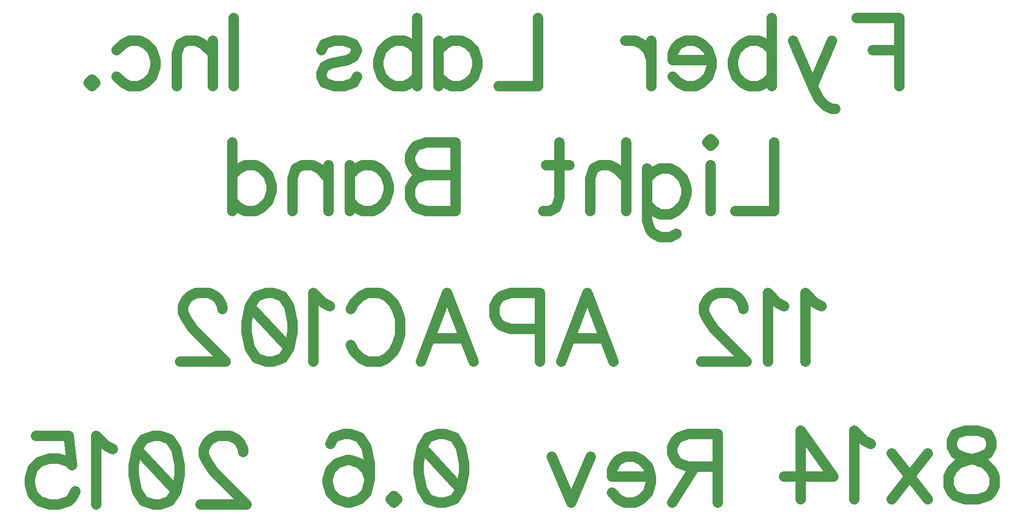
<source format=gbo>
G04 DipTrace 2.4.0.2*
%IN112xAPA102Cx8x14.gbo*%
%MOMM*%
%ADD32C,1.882*%
%FSLAX53Y53*%
G04*
G71*
G90*
G75*
G01*
%LNBotSilk*%
%LPD*%
X184650Y125339D2*
D32*
X192238D1*
Y113088D1*
Y119503D2*
X187575D1*
X180293Y121255D2*
X176802Y113088D1*
X177961Y110757D1*
X179134Y109584D1*
X180293Y109005D1*
X180886D1*
X173298Y121255D2*
X176802Y113088D1*
X169533Y125339D2*
Y113088D1*
Y119503D2*
X168361Y120676D1*
X167202Y121255D1*
X165450D1*
X164291Y120676D1*
X163118Y119503D1*
X162539Y117751D1*
Y116592D1*
X163118Y114840D1*
X164291Y113681D1*
X165450Y113088D1*
X167202D1*
X168361Y113681D1*
X169533Y114840D1*
X158774Y117751D2*
X151780D1*
Y118924D1*
X152359Y120096D1*
X152939Y120676D1*
X154111Y121255D1*
X155863D1*
X157022Y120676D1*
X158195Y119503D1*
X158774Y117751D1*
Y116592D1*
X158195Y114840D1*
X157022Y113681D1*
X155863Y113088D1*
X154111D1*
X152939Y113681D1*
X151780Y114840D1*
X148015Y121255D2*
Y113088D1*
Y117751D2*
X147422Y119503D1*
X146263Y120676D1*
X145090Y121255D1*
X143338D1*
X127723Y125339D2*
Y113088D1*
X120728D1*
X109969Y121255D2*
Y113088D1*
Y119503D2*
X111128Y120676D1*
X112301Y121255D1*
X114039D1*
X115212Y120676D1*
X116371Y119503D1*
X116964Y117751D1*
Y116592D1*
X116371Y114840D1*
X115212Y113681D1*
X114039Y113088D1*
X112301D1*
X111128Y113681D1*
X109969Y114840D1*
X106204Y125339D2*
Y113088D1*
Y119503D2*
X105032Y120676D1*
X103873Y121255D1*
X102121D1*
X100962Y120676D1*
X99789Y119503D1*
X99210Y117751D1*
Y116592D1*
X99789Y114840D1*
X100962Y113681D1*
X102121Y113088D1*
X103873D1*
X105032Y113681D1*
X106204Y114840D1*
X89030Y119503D2*
X89610Y120676D1*
X91362Y121255D1*
X93114D1*
X94866Y120676D1*
X95445Y119503D1*
X94866Y118344D1*
X93693Y117751D1*
X90782Y117172D1*
X89610Y116592D1*
X89030Y115420D1*
Y114840D1*
X89610Y113681D1*
X91362Y113088D1*
X93114D1*
X94866Y113681D1*
X95445Y114840D1*
X73415Y125339D2*
Y113088D1*
X69650Y121255D2*
Y113088D1*
Y118924D2*
X67898Y120676D1*
X66725Y121255D1*
X64987D1*
X63814Y120676D1*
X63235Y118924D1*
Y113088D1*
X52462Y119503D2*
X53635Y120676D1*
X54807Y121255D1*
X56546D1*
X57718Y120676D1*
X58877Y119503D1*
X59470Y117751D1*
Y116592D1*
X58877Y114840D1*
X57718Y113681D1*
X56546Y113088D1*
X54807D1*
X53635Y113681D1*
X52462Y114840D1*
X48118Y114261D2*
X48697Y113668D1*
X48118Y113088D1*
X47525Y113668D1*
X48118Y114261D1*
X159875Y45042D2*
X154632D1*
X152880Y45635D1*
X152287Y46215D1*
X151708Y47374D1*
Y48546D1*
X152287Y49705D1*
X152880Y50298D1*
X154632Y50878D1*
X159875D1*
Y38627D1*
X155791Y45042D2*
X151708Y38627D1*
X147943Y43290D2*
X140949D1*
Y44463D1*
X141528Y45635D1*
X142108Y46215D1*
X143280Y46794D1*
X145032D1*
X146191Y46215D1*
X147364Y45042D1*
X147943Y43290D1*
Y42131D1*
X147364Y40379D1*
X146191Y39220D1*
X145032Y38627D1*
X143280D1*
X142108Y39220D1*
X140949Y40379D1*
X137184Y46794D2*
X133680Y38627D1*
X130189Y46794D1*
X111070Y50864D2*
X112822Y50285D1*
X113994Y48533D1*
X114574Y45622D1*
Y43870D1*
X113994Y40959D1*
X112822Y39207D1*
X111070Y38627D1*
X109911D1*
X108159Y39207D1*
X107000Y40959D1*
X106407Y43870D1*
Y45622D1*
X107000Y48533D1*
X108159Y50285D1*
X109911Y50864D1*
X111070D1*
X107000Y48533D2*
X113994Y40959D1*
X102063Y39800D2*
X102642Y39207D1*
X102063Y38627D1*
X101470Y39207D1*
X102063Y39800D1*
X90710Y49126D2*
X91290Y50285D1*
X93042Y50864D1*
X94201D1*
X95953Y50285D1*
X97125Y48533D1*
X97705Y45622D1*
Y42711D1*
X97125Y40379D1*
X95953Y39207D1*
X94201Y38627D1*
X93621D1*
X91883Y39207D1*
X90710Y40379D1*
X90131Y42131D1*
Y42711D1*
X90710Y44463D1*
X91883Y45622D1*
X93621Y46201D1*
X94201D1*
X95953Y45622D1*
X97125Y44463D1*
X97705Y42711D1*
X75087Y47622D2*
Y48202D1*
X74507Y49374D1*
X73928Y49954D1*
X72755Y50533D1*
X70424D1*
X69265Y49954D1*
X68685Y49374D1*
X68092Y48202D1*
Y47043D1*
X68685Y45870D1*
X69844Y44132D1*
X75680Y38296D1*
X67513D1*
X60244Y50533D2*
X61996Y49954D1*
X63169Y48202D1*
X63748Y45291D1*
Y43539D1*
X63169Y40628D1*
X61996Y38876D1*
X60244Y38296D1*
X59085D1*
X57333Y38876D1*
X56174Y40628D1*
X55581Y43539D1*
Y45291D1*
X56174Y48202D1*
X57333Y49954D1*
X59085Y50533D1*
X60244D1*
X56174Y48202D2*
X63169Y40628D1*
X51816Y48202D2*
X50644Y48795D1*
X48892Y50533D1*
Y38296D1*
X38133Y50533D2*
X43955D1*
X44534Y45291D1*
X43955Y45870D1*
X42203Y46463D1*
X40464D1*
X38712Y45870D1*
X37540Y44711D1*
X36960Y42959D1*
Y41800D1*
X37540Y40048D1*
X38712Y38876D1*
X40464Y38296D1*
X42203D1*
X43955Y38876D1*
X44534Y39469D1*
X45127Y40628D1*
X169959Y103034D2*
Y90783D1*
X162965D1*
X159200Y103034D2*
X158621Y102454D1*
X158028Y103034D1*
X158621Y103627D1*
X159200Y103034D1*
X158621Y98950D2*
Y90783D1*
X147268Y98371D2*
Y89031D1*
X147848Y87293D1*
X148427Y86700D1*
X149600Y86120D1*
X151352D1*
X152511Y86700D1*
X147268Y96619D2*
X148427Y97778D1*
X149600Y98371D1*
X151352D1*
X152511Y97778D1*
X153683Y96619D1*
X154263Y94867D1*
Y93694D1*
X153683Y91956D1*
X152511Y90783D1*
X151352Y90204D1*
X149600D1*
X148427Y90783D1*
X147268Y91956D1*
X143504Y103034D2*
Y90783D1*
Y96619D2*
X141752Y98371D1*
X140579Y98950D1*
X138827D1*
X137668Y98371D1*
X137089Y96619D1*
Y90783D1*
X131572Y103034D2*
Y93115D1*
X130992Y91376D1*
X129820Y90783D1*
X128661D1*
X133324Y98950D2*
X129240D1*
X113045Y103034D2*
Y90783D1*
X107789D1*
X106037Y91376D1*
X105458Y91956D1*
X104878Y93115D1*
Y94867D1*
X105458Y96039D1*
X106037Y96619D1*
X107789Y97198D1*
X106037Y97791D1*
X105458Y98371D1*
X104878Y99530D1*
Y100702D1*
X105458Y101861D1*
X106037Y102454D1*
X107789Y103034D1*
X113045D1*
Y97198D2*
X107789D1*
X94119Y98950D2*
Y90783D1*
Y97198D2*
X95278Y98371D1*
X96451Y98950D1*
X98189D1*
X99362Y98371D1*
X100521Y97198D1*
X101114Y95446D1*
Y94287D1*
X100521Y92535D1*
X99362Y91376D1*
X98189Y90783D1*
X96451D1*
X95278Y91376D1*
X94119Y92535D1*
X90354Y98950D2*
Y90783D1*
Y96619D2*
X88602Y98371D1*
X87430Y98950D1*
X85691D1*
X84519Y98371D1*
X83939Y96619D1*
Y90783D1*
X73180Y103034D2*
Y90783D1*
Y97198D2*
X74339Y98371D1*
X75512Y98950D1*
X77264D1*
X78423Y98371D1*
X79595Y97198D1*
X80175Y95446D1*
Y94287D1*
X79595Y92535D1*
X78423Y91376D1*
X77264Y90783D1*
X75512D1*
X74339Y91376D1*
X73180Y92535D1*
X178401Y73779D2*
X177228Y74372D1*
X175476Y76111D1*
Y63874D1*
X171712Y73779D2*
X170539Y74372D1*
X168787Y76111D1*
Y63874D1*
X164430Y73200D2*
Y73779D1*
X163850Y74952D1*
X163271Y75531D1*
X162098Y76111D1*
X159767D1*
X158607Y75531D1*
X158028Y74952D1*
X157435Y73779D1*
Y72620D1*
X158028Y71448D1*
X159187Y69709D1*
X165023Y63874D1*
X156855D1*
X131900D2*
X136577Y76124D1*
X141240Y63874D1*
X139488Y67957D2*
X133652D1*
X128136Y69709D2*
X122880D1*
X121141Y70289D1*
X120548Y70882D1*
X119969Y72041D1*
Y73793D1*
X120548Y74952D1*
X121141Y75545D1*
X122880Y76124D1*
X128136D1*
Y63874D1*
X106864D2*
X111541Y76124D1*
X116204Y63874D1*
X114452Y67957D2*
X108616D1*
X94353Y73213D2*
X94933Y74372D1*
X96105Y75545D1*
X97264Y76124D1*
X99596D1*
X100768Y75545D1*
X101927Y74372D1*
X102520Y73213D1*
X103100Y71461D1*
Y68537D1*
X102520Y66798D1*
X101927Y65626D1*
X100768Y64466D1*
X99596Y63874D1*
X97264D1*
X96105Y64466D1*
X94933Y65626D1*
X94353Y66798D1*
X90589Y73779D2*
X89416Y74372D1*
X87664Y76111D1*
Y63874D1*
X80395Y76111D2*
X82147Y75531D1*
X83320Y73779D1*
X83899Y70868D1*
Y69116D1*
X83320Y66205D1*
X82147Y64453D1*
X80395Y63874D1*
X79236D1*
X77484Y64453D1*
X76325Y66205D1*
X75732Y69116D1*
Y70868D1*
X76325Y73779D1*
X77484Y75531D1*
X79236Y76111D1*
X80395D1*
X76325Y73779D2*
X83320Y66205D1*
X71375Y73200D2*
Y73779D1*
X70795Y74952D1*
X70216Y75531D1*
X69043Y76111D1*
X66712D1*
X65553Y75531D1*
X64973Y74952D1*
X64380Y73779D1*
Y72620D1*
X64973Y71448D1*
X66132Y69709D1*
X71968Y63874D1*
X63801D1*
X206361Y51455D2*
X208100Y50875D1*
X208693Y49716D1*
Y48544D1*
X208100Y47385D1*
X206941Y46792D1*
X204609Y46212D1*
X202857Y45633D1*
X201698Y44460D1*
X201118Y43301D1*
Y41549D1*
X201698Y40390D1*
X202278Y39797D1*
X204030Y39218D1*
X206361D1*
X208100Y39797D1*
X208693Y40390D1*
X209272Y41549D1*
Y43301D1*
X208693Y44460D1*
X207520Y45633D1*
X205782Y46212D1*
X203450Y46792D1*
X202278Y47385D1*
X201698Y48544D1*
Y49716D1*
X202278Y50875D1*
X204030Y51455D1*
X206361D1*
X197354Y47385D2*
X190939Y39218D1*
Y47385D2*
X197354Y39218D1*
X187174Y49123D2*
X186002Y49716D1*
X184250Y51455D1*
Y39218D1*
X174649D2*
Y51455D1*
X180485Y43301D1*
X171738D1*
M02*

</source>
